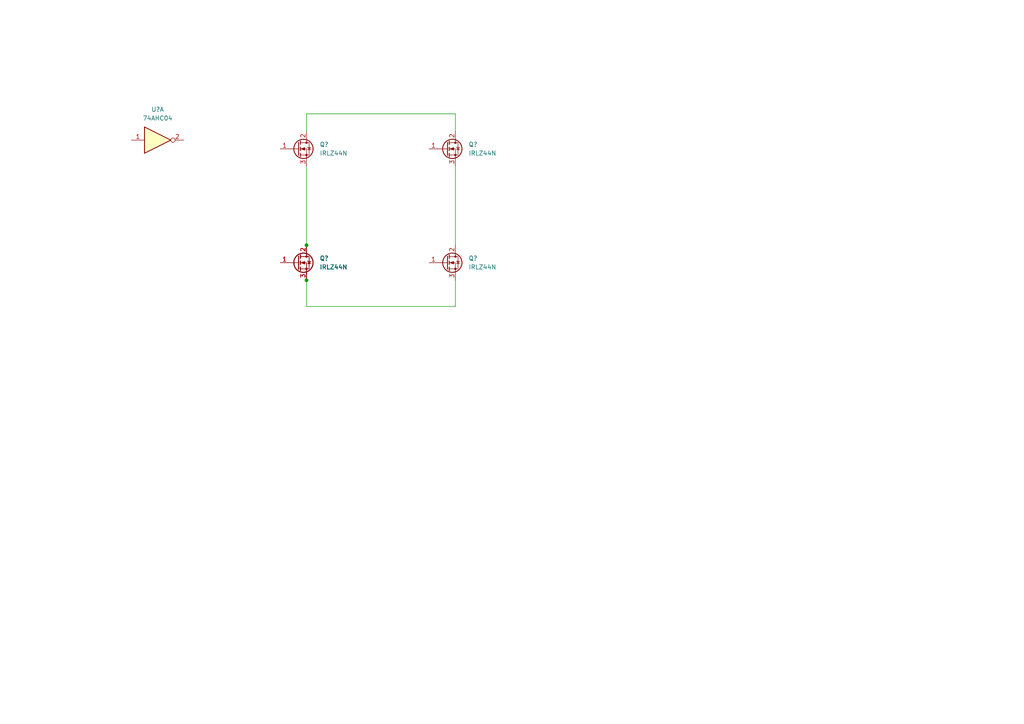
<source format=kicad_sch>
(kicad_sch (version 20211123) (generator eeschema)
  (paper "A4")
  (lib_symbols
    (symbol "74xx:74AHC04"
      (property "Reference" "U" (at 0 1.27 0))
      (property "Value" "74AHC04" (at 0 -1.27 0))
      (symbol "74AHC04_1_0"
        (polyline (pts (xy -3.81 3.81) (xy -3.81 -3.81) (xy 3.81 0) (xy -3.81 3.81)) (stroke (width 0.254)) (fill (type background)))
        (pin input line (at -7.62 0 0) (length 3.81) (name "~") (number "1"))
        (pin output inverted (at 7.62 0 180) (length 3.81) (name "~") (number "2"))
      )
      (symbol "74AHC04_2_0"
        (polyline (pts (xy -3.81 3.81) (xy -3.81 -3.81) (xy 3.81 0) (xy -3.81 3.81)) (stroke (width 0.254)) (fill (type background)))
        (pin input line (at -7.62 0 0) (length 3.81) (name "~") (number "3"))
        (pin output inverted (at 7.62 0 180) (length 3.81) (name "~") (number "4"))
      )
      (symbol "74AHC04_3_0"
        (polyline (pts (xy -3.81 3.81) (xy -3.81 -3.81) (xy 3.81 0) (xy -3.81 3.81)) (stroke (width 0.254)) (fill (type background)))
        (pin input line (at -7.62 0 0) (length 3.81) (name "~") (number "5"))
        (pin output inverted (at 7.62 0 180) (length 3.81) (name "~") (number "6"))
      )
      (symbol "74AHC04_4_0"
        (polyline (pts (xy -3.81 3.81) (xy -3.81 -3.81) (xy 3.81 0) (xy -3.81 3.81)) (stroke (width 0.254)) (fill (type background)))
        (pin output inverted (at 7.62 0 180) (length 3.81) (name "~") (number "8"))
        (pin input line (at -7.62 0 0) (length 3.81) (name "~") (number "9"))
      )
      (symbol "74AHC04_5_0"
        (polyline (pts (xy -3.81 3.81) (xy -3.81 -3.81) (xy 3.81 0) (xy -3.81 3.81)) (stroke (width 0.254)) (fill (type background)))
        (pin output inverted (at 7.62 0 180) (length 3.81) (name "~") (number "10"))
        (pin input line (at -7.62 0 0) (length 3.81) (name "~") (number "11"))
      )
      (symbol "74AHC04_6_0"
        (polyline (pts (xy -3.81 3.81) (xy -3.81 -3.81) (xy 3.81 0) (xy -3.81 3.81)) (stroke (width 0.254)) (fill (type background)))
        (pin output inverted (at 7.62 0 180) (length 3.81) (name "~") (number "12"))
        (pin input line (at -7.62 0 0) (length 3.81) (name "~") (number "13"))
      )
      (symbol "74AHC04_7_0"
        (pin power_in line (at 0 12.7 270) (length 5.08) (name "VCC") (number "14"))
        (pin power_in line (at 0 -12.7 90) (length 5.08) (name "GND") (number "7"))
      )
      (symbol "74AHC04_7_1"
        (rectangle (start -5.08 7.62) (end 5.08 -7.62) (stroke (width 0.254)) (fill (type background)))
      )
    )
    (symbol "Transistor_FET:IRLZ44N" (pin_names hide)
      (property "Reference" "Q" (at 6.35 1.905 0))
      (property "Value" "IRLZ44N" (at 6.35 0 0))
      (symbol "IRLZ44N_0_1"
        (polyline (pts (xy 0.254 0) (xy -2.54 0)))
        (polyline (pts (xy 0.254 1.905) (xy 0.254 -1.905)) (stroke (width 0.254)))
        (polyline (pts (xy 0.762 -1.27) (xy 0.762 -2.286)) (stroke (width 0.254)))
        (polyline (pts (xy 0.762 0.508) (xy 0.762 -0.508)) (stroke (width 0.254)))
        (polyline (pts (xy 0.762 2.286) (xy 0.762 1.27)) (stroke (width 0.254)))
        (polyline (pts (xy 2.54 2.54) (xy 2.54 1.778)))
        (polyline (pts (xy 2.54 -2.54) (xy 2.54 0) (xy 0.762 0)))
        (polyline (pts (xy 0.762 -1.778) (xy 3.302 -1.778) (xy 3.302 1.778) (xy 0.762 1.778)))
        (polyline (pts (xy 1.016 0) (xy 2.032 0.381) (xy 2.032 -0.381) (xy 1.016 0)) (fill (type outline)))
        (polyline (pts (xy 2.794 0.508) (xy 2.921 0.381) (xy 3.683 0.381) (xy 3.81 0.254)))
        (polyline (pts (xy 3.302 0.381) (xy 2.921 -0.254) (xy 3.683 -0.254) (xy 3.302 0.381)))
        (circle (center 1.651 0) (radius 2.794) (stroke (width 0.254)))
        (circle (center 2.54 -1.778) (radius 0.254) (fill (type outline)))
        (circle (center 2.54 1.778) (radius 0.254) (fill (type outline)))
      )
      (symbol "IRLZ44N_1_1"
        (pin input line (at -5.08 0 0) (length 2.54) (name "G") (number "1"))
        (pin passive line (at 2.54 5.08 270) (length 2.54) (name "D") (number "2"))
        (pin passive line (at 2.54 -5.08 90) (length 2.54) (name "S") (number "3"))
      )
    )
  )
  (junction (at 88.9 81.28))
  (junction (at 88.9 71.12))
  (wire (pts (xy 132.08 48.26) (xy 132.08 71.12)))
  (wire (pts (xy 132.08 33.02) (xy 132.08 38.1)))
  (wire (pts (xy 88.9 38.1) (xy 88.9 33.02)))
  (wire (pts (xy 88.9 81.28) (xy 88.9 88.9)))
  (wire (pts (xy 132.08 88.9) (xy 132.08 81.28)))
  (wire (pts (xy 88.9 48.26) (xy 88.9 71.12)))
  (wire (pts (xy 88.9 88.9) (xy 132.08 88.9)))
  (wire (pts (xy 88.9 33.02) (xy 132.08 33.02)))
  (symbol (lib_id "Transistor_FET:IRLZ44N") (at 86.36 76.2 0) (unit 1)
    (property "Reference" "Q?" (at 92.71 74.9299 0) (effects (justify left)))
    (property "Value" "IRLZ44N" (at 92.71 77.4699 0) (effects (justify left)))
    (property "Footprint" "Package_TO_SOT_THT:TO-220-3_Vertical" (effects hide))
    (property "Datasheet" "http://www.irf.com/product-info/datasheets/data/irlz44n.pdf" (effects hide))
  )
  (symbol (lib_id "Transistor_FET:IRLZ44N") (at 86.36 43.18 0) (unit 1)
    (property "Reference" "Q?" (at 92.71 41.9099 0) (effects (justify left)))
    (property "Value" "IRLZ44N" (at 92.71 44.4499 0) (effects (justify left)))
    (property "Footprint" "Package_TO_SOT_THT:TO-220-3_Vertical" (effects hide))
    (property "Datasheet" "http://www.irf.com/product-info/datasheets/data/irlz44n.pdf" (effects hide))
  )
  (symbol (lib_id "74xx:74AHC04") (at 45.72 40.64 0) (unit 1)
    (property "Reference" "U?" (at 45.72 31.75 0))
    (property "Value" "74AHC04" (at 45.72 34.29 0))
    (property "Datasheet" "https://assets.nexperia.com/documents/data-sheet/74AHC_AHCT04.pdf" (effects hide))
  )
  (symbol (lib_id "Transistor_FET:IRLZ44N") (at 129.54 76.2 0) (unit 1)
    (property "Reference" "Q?" (at 135.89 74.9299 0) (effects (justify left)))
    (property "Value" "IRLZ44N" (at 135.89 77.4699 0) (effects (justify left)))
    (property "Footprint" "Package_TO_SOT_THT:TO-220-3_Vertical" (effects hide))
    (property "Datasheet" "http://www.irf.com/product-info/datasheets/data/irlz44n.pdf" (effects hide))
  )
  (symbol (lib_id "Transistor_FET:IRLZ44N") (at 129.54 43.18 0) (unit 1)
    (property "Reference" "Q?" (at 135.89 41.9099 0) (effects (justify left)))
    (property "Value" "IRLZ44N" (at 135.89 44.4499 0) (effects (justify left)))
    (property "Footprint" "Package_TO_SOT_THT:TO-220-3_Vertical" (effects hide))
    (property "Datasheet" "http://www.irf.com/product-info/datasheets/data/irlz44n.pdf" (effects hide))
  )
  (symbol (lib_id "Transistor_FET:IRLZ44N") (at 86.36 76.2 0) (unit 1)
    (property "Reference" "Q?" (at 92.71 74.9299 0) (effects (justify left)))
    (property "Value" "IRLZ44N" (at 92.71 77.4699 0) (effects (justify left)))
    (property "Footprint" "Package_TO_SOT_THT:TO-220-3_Vertical" (effects hide))
    (property "Datasheet" "http://www.irf.com/product-info/datasheets/data/irlz44n.pdf" (effects hide))
  )
)
</source>
